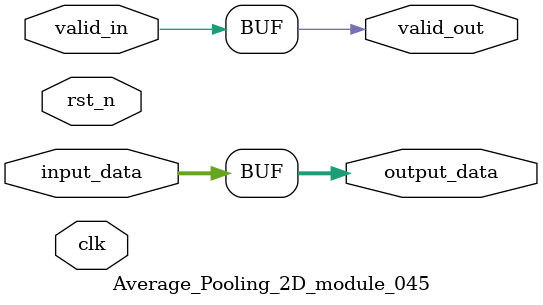
<source format=v>

module Average_Pooling_2D_module_045 (
    input clk,
    input rst_n,
    input valid_in,
    output valid_out,
    // Add specific ports based on operator type
    input [31:0] input_data,
    output [31:0] output_data
);

    // Module implementation would go here
    // This is a template - actual implementation depends on the operator
    
        // Generic operator implementation
    assign output_data = input_data; // Placeholder
    assign valid_out = valid_in;

endmodule

</source>
